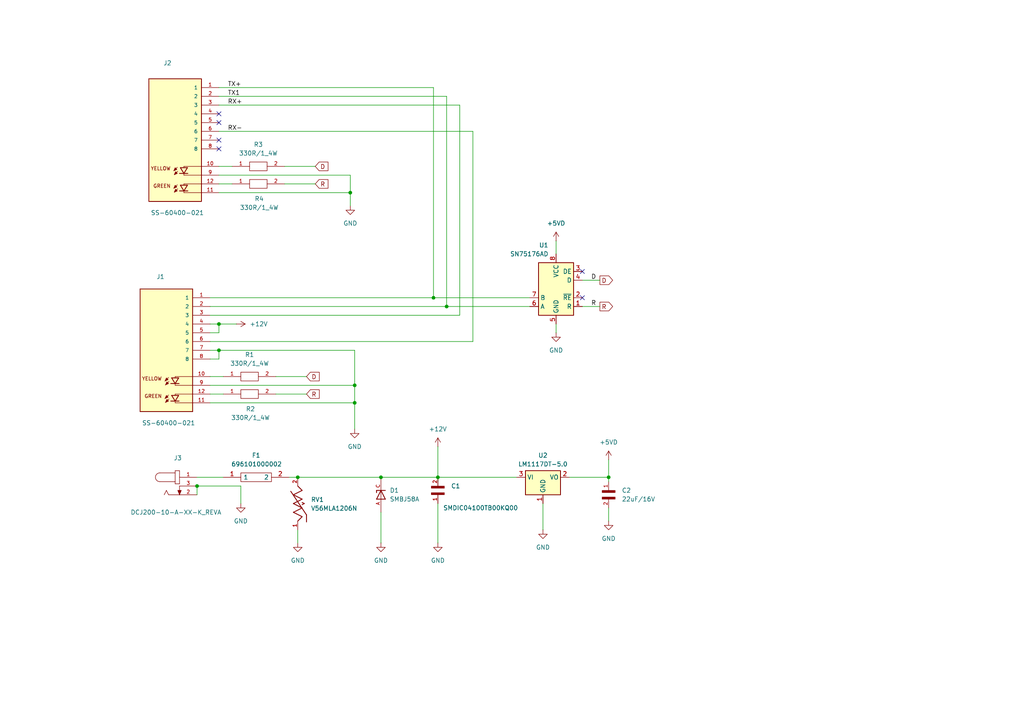
<source format=kicad_sch>
(kicad_sch (version 20231120) (generator "eeschema") (generator_version "8.0")
  (paper "A4")
  (lib_symbols
    (symbol "Equatorial:22uF/16V" (pin_names (offset 1.016))
      (property "Reference" "C" (at 0 3.8109 0))
      (property "Value" "22uF/16V" (at -2.54 -4.826 0))
      (symbol "22uF/16V_0_0"
        (rectangle (start 0 -1.9069) (end 0.635 1.905) (stroke (width 0.1)) (fill (type outline)))
        (rectangle (start 1.9069 -1.9069) (end 2.54 1.905) (stroke (width 0.1)) (fill (type outline)))
        (pin passive line (at -2.54 0 0) (length 2.54) (name "~") (number "1"))
        (pin passive line (at 5.08 0 180) (length 2.54) (name "~") (number "2"))
      )
    )
    (symbol "Equatorial:696101000002" (pin_names (offset 0.762))
      (property "Reference" "F1" (at 10.795 5.08 0))
      (property "Value" "696101000002" (at 10.922 2.54 0))
      (symbol "696101000002_0_0"
        (pin passive line (at 1.27 -1.27 0) (length 5.08) (name "1") (number "1"))
        (pin passive line (at 20.32 -1.27 180) (length 5.08) (name "2") (number "2"))
      )
      (symbol "696101000002_0_1"
        (polyline (pts (xy 6.35 0) (xy 15.24 0) (xy 15.24 -2.54) (xy 6.35 -2.54) (xy 6.35 0)) (stroke (width 0.1524)))
      )
    )
    (symbol "Equatorial:DCJ200-10-A-XX-K_REVA" (pin_names (offset 1.016))
      (property "Reference" "J" (at -7.6272 5.0848 0))
      (property "Value" "DCJ200-10-A-XX-K_REVA" (at -7.6313 -5.0875 0))
      (property "Opcional link" "https://produto.mercadolivre.com.br/MLB-2670642045-kit-5-pecas-conector-dc-jack-p4-fmea-dc-005-21mm-pci-_JM?matt_tool=63064967&matt_word=&matt_source=google&matt_campaign_id=14303413826&matt_ad_group_id=133431076203&matt_match_type=&matt_network=g&matt_device=c&matt_creative=584156655540&matt_keyword=&matt_ad_position=&matt_ad_type=pla&matt_merchant_id=306573131&matt_product_id=MLB2670642045&matt_product_partition_id=2269730643578&matt_target_id=aud-1966009190540:pla-2269730643578&cq_src=google_ads&cq_cmp=14303413826&cq_net=g&cq_plt=gp&cq_med=pla&gad_source=1&gclid=CjwKCAjw3P-2BhAEEiwA3yPhwI50CbgB2eVb1ajxoQKDpTjP9ipY8oeqWrbVPelEas9qT8J3NVHPLRoCjc0QAvD_BwE" (at 0 0 0))
      (symbol "DCJ200-10-A-XX-K_REVA_0_0"
        (arc (start -5.715 3.81) (mid -6.9794 2.54) (end -5.715 1.27) (stroke (width 0.1524)))
        (polyline (pts (xy -5.715 3.81) (xy -1.27 3.81)) (stroke (width 0.1524)))
        (polyline (pts (xy -3.81 -1.27) (xy -4.445 -2.54)) (stroke (width 0.1524)))
        (polyline (pts (xy -3.175 -2.54) (xy -3.81 -1.27)) (stroke (width 0.1524)))
        (polyline (pts (xy -1.27 0.635) (xy 0 0.635)) (stroke (width 0.1524)))
        (polyline (pts (xy -1.27 1.27) (xy -5.715 1.27)) (stroke (width 0.1524)))
        (polyline (pts (xy -1.27 1.27) (xy -1.27 0.635)) (stroke (width 0.1524)))
        (polyline (pts (xy -1.27 3.81) (xy -1.27 1.27)) (stroke (width 0.1524)))
        (polyline (pts (xy -1.27 4.445) (xy -1.27 3.81)) (stroke (width 0.1524)))
        (polyline (pts (xy 0 -2.54) (xy -3.175 -2.54)) (stroke (width 0.1524)))
        (polyline (pts (xy 0 0) (xy 0 -2.54)) (stroke (width 0.1524)))
        (polyline (pts (xy 0 0.635) (xy 0 4.445)) (stroke (width 0.1524)))
        (polyline (pts (xy 0 4.445) (xy -1.27 4.445)) (stroke (width 0.1524)))
        (polyline (pts (xy 0 -2.54) (xy -0.508 -1.27) (xy 0.508 -1.27) (xy 0 -2.54)) (stroke (width 0.1524)) (fill (type outline)))
        (pin passive line (at 5.08 2.54 180) (length 5.08) (name "~") (number "1"))
        (pin passive line (at 5.08 -2.54 180) (length 5.08) (name "~") (number "2"))
        (pin passive line (at 5.08 0 180) (length 5.08) (name "~") (number "3"))
      )
    )
    (symbol "Equatorial:SMBJ58A" (pin_names (offset 1.016))
      (property "Reference" "D" (at -0.508 2.032 0))
      (property "Value" "SMBJ58A" (at -4.064 -4.064 0))
      (symbol "SMBJ58A_0_0"
        (polyline (pts (xy -1.27 -1.27) (xy -1.27 0)) (stroke (width 0.254)))
        (polyline (pts (xy -1.27 0) (xy -1.27 1.27)) (stroke (width 0.254)))
        (polyline (pts (xy -1.27 0) (xy 1.27 -1.27)) (stroke (width 0.254)))
        (polyline (pts (xy -0.635 -1.27) (xy -1.27 -1.27)) (stroke (width 0.254)))
        (polyline (pts (xy 1.27 -1.27) (xy 1.27 1.27)) (stroke (width 0.254)))
        (polyline (pts (xy 1.27 1.27) (xy -1.27 0)) (stroke (width 0.254)))
        (pin passive line (at 5.08 0 180) (length 5.08) (name "~") (number "A"))
        (pin passive line (at -5.08 0 0) (length 5.08) (name "~") (number "C"))
      )
    )
    (symbol "Equatorial:SMDIC04100TB00KQ00" (pin_names (offset 1.016))
      (property "Reference" "C" (at 0.508 2.54 0))
      (property "Value" "SMDIC04100TB00KQ00" (at -7.112 -4.064 0))
      (symbol "SMDIC04100TB00KQ00_0_0"
        (rectangle (start 0 -1.9069) (end 0.635 1.905) (stroke (width 0.1)) (fill (type outline)))
        (rectangle (start 1.9069 -1.9069) (end 2.54 1.905) (stroke (width 0.1)) (fill (type outline)))
        (pin passive line (at -2.54 0 0) (length 2.54) (name "~") (number "1"))
        (pin passive line (at 5.08 0 180) (length 2.54) (name "~") (number "2"))
      )
    )
    (symbol "Equatorial:SS-60400-021" (pin_names (offset 1.016))
      (property "Reference" "J" (at -7.62 19.05 0))
      (property "Value" "SS-60400-021" (at -7.62 -20.32 0))
      (symbol "SS-60400-021_0_0"
        (rectangle (start -7.62 -17.78) (end 7.62 17.78) (stroke (width 0.254)) (fill (type background)))
        (polyline (pts (xy -7.62 -12.7) (xy -2.54 -12.7)) (stroke (width 0.1524)))
        (polyline (pts (xy -7.62 -7.62) (xy -2.54 -7.62)) (stroke (width 0.1524)))
        (polyline (pts (xy -3.683 -14.732) (xy -2.54 -14.732)) (stroke (width 0.254)))
        (polyline (pts (xy -3.683 -9.652) (xy -2.54 -9.652)) (stroke (width 0.254)))
        (polyline (pts (xy -3.556 -13.081) (xy -2.54 -14.732)) (stroke (width 0.254)))
        (polyline (pts (xy -3.556 -13.081) (xy -1.524 -13.081)) (stroke (width 0.254)))
        (polyline (pts (xy -3.556 -8.001) (xy -2.54 -9.652)) (stroke (width 0.254)))
        (polyline (pts (xy -3.556 -8.001) (xy -1.524 -8.001)) (stroke (width 0.254)))
        (polyline (pts (xy -2.54 -15.24) (xy -7.62 -15.24)) (stroke (width 0.1524)))
        (polyline (pts (xy -2.54 -14.859) (xy -2.54 -15.24)) (stroke (width 0.1524)))
        (polyline (pts (xy -2.54 -14.732) (xy -1.524 -13.081)) (stroke (width 0.254)))
        (polyline (pts (xy -2.54 -14.732) (xy -1.27 -14.732)) (stroke (width 0.254)))
        (polyline (pts (xy -2.54 -12.7) (xy -2.54 -12.954)) (stroke (width 0.1524)))
        (polyline (pts (xy -2.54 -10.16) (xy -7.62 -10.16)) (stroke (width 0.1524)))
        (polyline (pts (xy -2.54 -9.779) (xy -2.54 -10.16)) (stroke (width 0.1524)))
        (polyline (pts (xy -2.54 -9.652) (xy -1.524 -8.001)) (stroke (width 0.254)))
        (polyline (pts (xy -2.54 -9.652) (xy -1.27 -9.652)) (stroke (width 0.254)))
        (polyline (pts (xy -2.54 -7.62) (xy -2.54 -7.874)) (stroke (width 0.1524)))
        (polyline (pts (xy -0.762 -14.097) (xy 0.254 -15.113)) (stroke (width 0.1524)))
        (polyline (pts (xy -0.762 -9.017) (xy 0.254 -10.033)) (stroke (width 0.1524)))
        (polyline (pts (xy -0.635 -12.954) (xy 0.381 -13.97)) (stroke (width 0.1524)))
        (polyline (pts (xy -0.635 -7.874) (xy 0.381 -8.89)) (stroke (width 0.1524)))
        (polyline (pts (xy 0.254 -15.113) (xy -0.127 -14.224) (xy -0.635 -14.732) (xy 0.254 -15.113)) (stroke (width 0.1524)) (fill (type outline)))
        (polyline (pts (xy 0.254 -10.033) (xy -0.127 -9.144) (xy -0.635 -9.652) (xy 0.254 -10.033)) (stroke (width 0.1524)) (fill (type outline)))
        (polyline (pts (xy 0.381 -13.97) (xy 0 -13.081) (xy -0.508 -13.589) (xy 0.381 -13.97)) (stroke (width 0.1524)) (fill (type outline)))
        (polyline (pts (xy 0.381 -8.89) (xy 0 -8.001) (xy -0.508 -8.509) (xy 0.381 -8.89)) (stroke (width 0.1524)) (fill (type outline)))
        (text "GREEN" (at 1.27 -12.7 0) (effects (font (size 1.016 1.016)) (justify left top)))
        (text "YELLOW" (at 1.27 -7.62 0) (effects (font (size 1.016 1.016)) (justify left top)))
        (pin passive line (at -12.7 15.24 0) (length 5.08) (name "1") (number "1"))
        (pin passive line (at -12.7 -7.62 0) (length 5.08) (name "~") (number "10"))
        (pin passive line (at -12.7 -15.24 0) (length 5.08) (name "~") (number "11"))
        (pin passive line (at -12.7 -12.7 0) (length 5.08) (name "~") (number "12"))
        (pin passive line (at -12.7 12.7 0) (length 5.08) (name "2") (number "2"))
        (pin passive line (at -12.7 10.16 0) (length 5.08) (name "3") (number "3"))
        (pin passive line (at -12.7 7.62 0) (length 5.08) (name "4") (number "4"))
        (pin passive line (at -12.7 5.08 0) (length 5.08) (name "5") (number "5"))
        (pin passive line (at -12.7 2.54 0) (length 5.08) (name "6") (number "6"))
        (pin passive line (at -12.7 0 0) (length 5.08) (name "7") (number "7"))
        (pin passive line (at -12.7 -2.54 0) (length 5.08) (name "8") (number "8"))
        (pin passive line (at -12.7 -10.16 0) (length 5.08) (name "~") (number "9"))
      )
    )
    (symbol "Equatorial:V56MLA1206N" (pin_names (offset 1.016))
      (property "Reference" "RV" (at -1.778 2.54 0))
      (property "Value" "V56MLA1206N" (at -5.08 -5.08 0))
      (symbol "V56MLA1206N_0_0"
        (polyline (pts (xy -3.81 -1.27) (xy -5.08 0)) (stroke (width 0.254)))
        (polyline (pts (xy -3.302 -2.54) (xy -5.334 -2.54)) (stroke (width 0.254)))
        (polyline (pts (xy -3.302 -2.54) (xy 3.556 2.032)) (stroke (width 0.254)))
        (polyline (pts (xy -2.54 1.27) (xy -3.81 -1.27)) (stroke (width 0.254)))
        (polyline (pts (xy -1.27 -1.27) (xy -2.54 1.27)) (stroke (width 0.254)))
        (polyline (pts (xy -1.27 -1.27) (xy 0 1.27)) (stroke (width 0.254)))
        (polyline (pts (xy -0.3175 -1.27) (xy 0 -1.905)) (stroke (width 0.254)))
        (polyline (pts (xy 0 -1.905) (xy 0.3175 -1.27)) (stroke (width 0.254)))
        (polyline (pts (xy 0 1.27) (xy 1.27 -1.27)) (stroke (width 0.254)))
        (polyline (pts (xy 1.27 -1.27) (xy 2.54 1.27)) (stroke (width 0.254)))
        (polyline (pts (xy 2.54 1.27) (xy 3.81 -1.27)) (stroke (width 0.254)))
        (polyline (pts (xy 3.81 -1.27) (xy 5.08 0)) (stroke (width 0.254)))
        (pin passive line (at -7.62 0 0) (length 2.54) (name "~") (number "1"))
        (pin passive line (at 7.62 0 180) (length 2.54) (name "~") (number "2"))
      )
    )
    (symbol "Interface_UART:SN75176AD"
      (property "Reference" "U" (at -4.318 8.89 0))
      (property "Value" "SN75176AD" (at 1.016 8.89 0))
      (symbol "SN75176AD_0_1"
        (rectangle (start -5.08 7.62) (end 5.08 -7.62) (stroke (width 0.254)) (fill (type background)))
      )
      (symbol "SN75176AD_1_1"
        (pin output line (at -7.62 -5.08 0) (length 2.54) (name "R") (number "1"))
        (pin input line (at -7.62 -2.54 0) (length 2.54) (name "~{RE}") (number "2"))
        (pin input line (at -7.62 5.08 0) (length 2.54) (name "DE") (number "3"))
        (pin input line (at -7.62 2.54 0) (length 2.54) (name "D") (number "4"))
        (pin power_in line (at 0 -10.16 90) (length 2.54) (name "GND") (number "5"))
        (pin bidirectional line (at 7.62 -5.08 180) (length 2.54) (name "A") (number "6"))
        (pin bidirectional line (at 7.62 -2.54 180) (length 2.54) (name "B") (number "7"))
        (pin power_in line (at 0 10.16 270) (length 2.54) (name "VCC") (number "8"))
      )
    )
    (symbol "Regulator_Linear:LM1117DT-5.0"
      (property "Reference" "U" (at -3.81 3.175 0))
      (property "Value" "LM1117DT-5.0" (at 0 3.175 0))
      (symbol "LM1117DT-5.0_0_1"
        (rectangle (start -5.08 -5.08) (end 5.08 1.905) (stroke (width 0.254)) (fill (type background)))
      )
      (symbol "LM1117DT-5.0_1_1"
        (pin power_in line (at 0 -7.62 90) (length 2.54) (name "GND") (number "1"))
        (pin power_out line (at 7.62 0 180) (length 2.54) (name "VO") (number "2"))
        (pin power_in line (at -7.62 0 0) (length 2.54) (name "VI") (number "3"))
      )
    )
    (symbol "Resistor:330R/1_4W@" (pin_names (offset 1.016))
      (property "Reference" "R" (at -1.778 4.064 0))
      (property "Value" "330R/1_4W" (at -6.096 -4.318 0))
      (symbol "330R/1_4W@_0_0"
        (pin passive line (at -7.62 0 0) (length 5.08) (name "~") (number "1"))
        (pin passive line (at 7.62 0 180) (length 5.08) (name "~") (number "2"))
      )
      (symbol "330R/1_4W@_0_1"
        (rectangle (start -2.54 1.27) (end 2.54 -1.27))
      )
    )
    (symbol "power:+12V" (power) (pin_numbers hide) (pin_names (offset 0) hide)
      (property "Value" "+12V" (at 0 3.556 0))
      (symbol "+12V_0_1"
        (polyline (pts (xy -0.762 1.27) (xy 0 2.54)))
        (polyline (pts (xy 0 0) (xy 0 2.54)))
        (polyline (pts (xy 0 2.54) (xy 0.762 1.27)))
      )
      (symbol "+12V_1_1"
        (pin power_in line (at 0 0 90) (length 0) (name "~") (number "1"))
      )
    )
    (symbol "power:+5VD" (power) (pin_numbers hide) (pin_names (offset 0) hide)
      (property "Value" "+5VD" (at 0 3.556 0))
      (symbol "+5VD_0_1"
        (polyline (pts (xy -0.762 1.27) (xy 0 2.54)))
        (polyline (pts (xy 0 0) (xy 0 2.54)))
        (polyline (pts (xy 0 2.54) (xy 0.762 1.27)))
      )
      (symbol "+5VD_1_1"
        (pin power_in line (at 0 0 90) (length 0) (name "~") (number "1"))
      )
    )
    (symbol "power:GND" (power) (pin_numbers hide) (pin_names (offset 0) hide)
      (property "Value" "GND" (at 0 -3.81 0))
      (symbol "GND_0_1"
        (polyline (pts (xy 0 0) (xy 0 -1.27) (xy 1.27 -1.27) (xy 0 -2.54) (xy -1.27 -1.27) (xy 0 -1.27)))
      )
      (symbol "GND_1_1"
        (pin power_in line (at 0 0 270) (length 0) (name "~") (number "1"))
      )
    )
  )
  (junction (at 127 138.43))
  (junction (at 86.36 138.43))
  (junction (at 57.15 140.97))
  (junction (at 63.5 101.6))
  (junction (at 102.87 116.84))
  (junction (at 110.49 138.43))
  (junction (at 101.6 55.88))
  (junction (at 125.73 86.36))
  (junction (at 129.54 88.9))
  (junction (at 176.53 138.43))
  (junction (at 102.87 111.76))
  (junction (at 63.5 93.98))
  (no_connect (at 63.5 33.02))
  (no_connect (at 63.5 43.18))
  (no_connect (at 63.5 35.56))
  (no_connect (at 168.91 78.74))
  (no_connect (at 63.5 40.64))
  (no_connect (at 168.91 86.36))
  (wire (pts (xy 165.1 138.43) (xy 176.53 138.43)))
  (wire (pts (xy 60.96 91.44) (xy 133.35 91.44)))
  (wire (pts (xy 80.01 114.3) (xy 88.9 114.3)))
  (wire (pts (xy 137.16 99.06) (xy 60.96 99.06)))
  (wire (pts (xy 176.53 138.43) (xy 176.53 139.7)))
  (wire (pts (xy 60.96 114.3) (xy 64.77 114.3)))
  (wire (pts (xy 63.5 104.14) (xy 63.5 101.6)))
  (wire (pts (xy 63.5 101.6) (xy 102.87 101.6)))
  (wire (pts (xy 127 146.05) (xy 127 157.48)))
  (wire (pts (xy 60.96 116.84) (xy 102.87 116.84)))
  (wire (pts (xy 60.96 101.6) (xy 63.5 101.6)))
  (wire (pts (xy 69.85 140.97) (xy 69.85 146.05)))
  (wire (pts (xy 127 129.54) (xy 127 138.43)))
  (wire (pts (xy 101.6 55.88) (xy 101.6 59.69)))
  (wire (pts (xy 137.16 38.1) (xy 63.5 38.1)))
  (wire (pts (xy 133.35 30.48) (xy 133.35 91.44)))
  (wire (pts (xy 57.15 140.97) (xy 57.15 143.51)))
  (wire (pts (xy 63.5 53.34) (xy 67.31 53.34)))
  (wire (pts (xy 133.35 30.48) (xy 63.5 30.48)))
  (wire (pts (xy 63.5 27.94) (xy 129.54 27.94)))
  (wire (pts (xy 110.49 157.48) (xy 110.49 148.59)))
  (wire (pts (xy 125.73 25.4) (xy 125.73 86.36)))
  (wire (pts (xy 63.5 50.8) (xy 101.6 50.8)))
  (wire (pts (xy 83.82 138.43) (xy 86.36 138.43)))
  (wire (pts (xy 129.54 88.9) (xy 153.67 88.9)))
  (wire (pts (xy 57.15 138.43) (xy 64.77 138.43)))
  (wire (pts (xy 57.15 140.97) (xy 69.85 140.97)))
  (wire (pts (xy 80.01 109.22) (xy 88.9 109.22)))
  (wire (pts (xy 125.73 86.36) (xy 60.96 86.36)))
  (wire (pts (xy 60.96 104.14) (xy 63.5 104.14)))
  (wire (pts (xy 82.55 53.34) (xy 91.44 53.34)))
  (wire (pts (xy 60.96 93.98) (xy 63.5 93.98)))
  (wire (pts (xy 168.91 88.9) (xy 173.99 88.9)))
  (wire (pts (xy 102.87 116.84) (xy 102.87 124.46)))
  (wire (pts (xy 63.5 25.4) (xy 125.73 25.4)))
  (wire (pts (xy 102.87 111.76) (xy 102.87 116.84)))
  (wire (pts (xy 63.5 55.88) (xy 101.6 55.88)))
  (wire (pts (xy 60.96 109.22) (xy 64.77 109.22)))
  (wire (pts (xy 176.53 147.32) (xy 176.53 151.13)))
  (wire (pts (xy 125.73 86.36) (xy 153.67 86.36)))
  (wire (pts (xy 168.91 81.28) (xy 173.99 81.28)))
  (wire (pts (xy 137.16 38.1) (xy 137.16 99.06)))
  (wire (pts (xy 63.5 93.98) (xy 68.58 93.98)))
  (wire (pts (xy 129.54 27.94) (xy 129.54 88.9)))
  (wire (pts (xy 86.36 153.67) (xy 86.36 157.48)))
  (wire (pts (xy 102.87 101.6) (xy 102.87 111.76)))
  (wire (pts (xy 176.53 133.35) (xy 176.53 138.43)))
  (wire (pts (xy 63.5 96.52) (xy 60.96 96.52)))
  (wire (pts (xy 157.48 146.05) (xy 157.48 153.67)))
  (wire (pts (xy 129.54 88.9) (xy 60.96 88.9)))
  (wire (pts (xy 161.29 93.98) (xy 161.29 96.52)))
  (wire (pts (xy 60.96 111.76) (xy 102.87 111.76)))
  (wire (pts (xy 127 139.7) (xy 127 138.43)))
  (wire (pts (xy 161.29 69.85) (xy 161.29 73.66)))
  (wire (pts (xy 110.49 138.43) (xy 127 138.43)))
  (wire (pts (xy 101.6 50.8) (xy 101.6 55.88)))
  (wire (pts (xy 127 138.43) (xy 149.86 138.43)))
  (wire (pts (xy 63.5 93.98) (xy 63.5 96.52)))
  (wire (pts (xy 63.5 48.26) (xy 67.31 48.26)))
  (wire (pts (xy 86.36 138.43) (xy 110.49 138.43)))
  (wire (pts (xy 82.55 48.26) (xy 91.44 48.26)))
  (label "TX1" (at 66.04 27.94 0))
  (label "TX+" (at 66.04 25.4 0))
  (label "RX+" (at 66.04 30.48 0))
  (label "RX-" (at 66.04 38.1 0))
  (label "D" (at 171.45 81.28 0))
  (label "R" (at 171.45 88.9 0))
  (global_label "D" (shape input) (at 91.44 48.26 0) (property "Intersheetrefs" "${INTERSHEET_REFS}" (effects (hide yes))))
  (global_label "D" (shape input) (at 88.9 109.22 0) (property "Intersheetrefs" "${INTERSHEET_REFS}" (effects (hide yes))))
  (global_label "R" (shape input) (at 91.44 53.34 0) (property "Intersheetrefs" "${INTERSHEET_REFS}" (effects (hide yes))))
  (global_label "R" (shape input) (at 88.9 114.3 0) (property "Intersheetrefs" "${INTERSHEET_REFS}" (effects (hide yes))))
  (global_label "R" (shape output) (at 173.99 88.9 0) (property "Intersheetrefs" "${INTERSHEET_REFS}" (effects (hide yes))))
  (global_label "D" (shape output) (at 173.99 81.28 0) (property "Intersheetrefs" "${INTERSHEET_REFS}" (effects (hide yes))))
  (symbol (lib_id "power:GND") (at 127 157.48 0) (unit 1)
    (property "Reference" "#PWR07" (effects (hide yes)))
    (property "Value" "GND" (at 127 162.56 0))
    (property "Description" "Power symbol creates a global label with name \"GND\" , ground" (effects (hide yes)))
  )
  (symbol (lib_id "Interface_UART:SN75176AD") (at 161.29 83.82 0) (mirror y) (unit 1)
    (property "Reference" "U1" (at 159.0959 71.12 0) (effects (justify left)))
    (property "Value" "SN75176AD" (at 159.0959 73.66 0) (effects (justify left)))
    (property "Footprint" "Package_SO:SOIC-8_3.9x4.9mm_P1.27mm" (effects (hide yes)))
    (property "Datasheet" "http://www.ti.com/lit/ds/symlink/sn75176a.pdf" (effects (hide yes)))
    (property "Description" "Differential RS-422/RS-485 bus transceiver, SOIC-8" (effects (hide yes)))
  )
  (symbol (lib_id "power:GND") (at 86.36 157.48 0) (unit 1)
    (property "Reference" "#PWR03" (effects (hide yes)))
    (property "Value" "GND" (at 86.36 162.56 0))
    (property "Description" "Power symbol creates a global label with name \"GND\" , ground" (effects (hide yes)))
  )
  (symbol (lib_id "power:GND") (at 161.29 96.52 0) (unit 1)
    (property "Reference" "#PWR010" (effects (hide yes)))
    (property "Value" "GND" (at 161.29 101.6 0))
    (property "Description" "Power symbol creates a global label with name \"GND\" , ground" (effects (hide yes)))
  )
  (symbol (lib_id "Resistor:330R/1_4W@") (at 74.93 48.26 0) (unit 1)
    (property "Reference" "R3" (at 74.93 41.91 0))
    (property "Value" "330R/1_4W" (at 74.93 44.45 0))
    (property "Footprint" "Equatorial_foot:RESC2012X65N" (effects (hide yes)))
    (property "Description" "RC1206JR-13330RL" (effects (hide yes)))
    (property "Comment" "5-1614884-2" (effects (hide yes)))
    (property "MF" "Yageo" (effects (hide yes)))
    (property "Description_1" "330 Ohms ±5% 0,25 W, 1/4 W Resistor de chip 1206 (3216 métrico) Filme espesso" (effects (hide yes)))
    (property "Package" "2012 Stackpole" (effects (hide yes)))
    (property "Price" "None" (effects (hide yes)))
    (property "SnapEDA_Link" "https://www.snapeda.com/parts/RC1206JR-13330RL/Yageo/view-part/?ref=search&t=Resistor%20330R%201%2F4W" (effects (hide yes)))
  )
  (symbol (lib_id "Resistor:330R/1_4W@") (at 72.39 109.22 0) (unit 1)
    (property "Reference" "R1" (at 72.39 102.87 0))
    (property "Value" "330R/1_4W" (at 72.39 105.41 0))
    (property "Footprint" "Equatorial_foot:RESC2012X65N" (effects (hide yes)))
    (property "Description" "RC1206JR-13330RL" (effects (hide yes)))
    (property "Comment" "5-1614884-2" (effects (hide yes)))
    (property "MF" "Yageo" (effects (hide yes)))
    (property "Description_1" "330 Ohms ±5% 0,25 W, 1/4 W Resistor de chip 1206 (3216 métrico) Filme espesso" (effects (hide yes)))
    (property "Package" "2012 Stackpole" (effects (hide yes)))
    (property "Price" "None" (effects (hide yes)))
    (property "SnapEDA_Link" "https://www.snapeda.com/parts/RC1206JR-13330RL/Yageo/view-part/?ref=search&t=Resistor%20330R%201%2F4W" (effects (hide yes)))
  )
  (symbol (lib_id "power:+5VD") (at 161.29 69.85 0) (unit 1)
    (property "Reference" "#PWR09" (effects (hide yes)))
    (property "Value" "+5VD" (at 161.29 64.77 0))
    (property "Description" "Power symbol creates a global label with name \"+5VD\"" (effects (hide yes)))
  )
  (symbol (lib_id "power:GND") (at 110.49 157.48 0) (unit 1)
    (property "Reference" "#PWR06" (effects (hide yes)))
    (property "Value" "GND" (at 110.49 162.56 0))
    (property "Description" "Power symbol creates a global label with name \"GND\" , ground" (effects (hide yes)))
  )
  (symbol (lib_id "power:GND") (at 102.87 124.46 0) (unit 1)
    (property "Reference" "#PWR05" (effects (hide yes)))
    (property "Value" "GND" (at 102.87 129.54 0))
    (property "Description" "Power symbol creates a global label with name \"GND\" , ground" (effects (hide yes)))
  )
  (symbol (lib_id "power:+5VD") (at 176.53 133.35 0) (unit 1)
    (property "Reference" "#PWR012" (effects (hide yes)))
    (property "Value" "+5VD" (at 176.53 128.27 0))
    (property "Description" "Power symbol creates a global label with name \"+5VD\"" (effects (hide yes)))
  )
  (symbol (lib_id "power:GND") (at 157.48 153.67 0) (unit 1)
    (property "Reference" "#PWR011" (effects (hide yes)))
    (property "Value" "GND" (at 157.48 158.75 0))
    (property "Description" "Power symbol creates a global label with name \"GND\" , ground" (effects (hide yes)))
  )
  (symbol (lib_id "Equatorial:SMDIC04100TB00KQ00") (at 127 143.51 90) (unit 1)
    (property "Reference" "C1" (at 130.81 140.9699 90) (effects (justify right)))
    (property "Value" "SMDIC04100TB00KQ00" (at 128.524 147.32 90) (effects (justify right)))
    (property "Footprint" "Equatorial_foot:CAP_SMDIC04100TB00KQ00" (effects (hide yes)))
    (property "MF" "WIMA" (effects (hide yes)))
    (property "MAXIMUM_PACKAGE_HEIGHT" "5.3mm" (effects (hide yes)))
    (property "Package" "2824 WIMA" (effects (hide yes)))
    (property "Price" "None" (effects (hide yes)))
    (property "Check_prices" "https://www.snapeda.com/parts/SMDIC04100TB00KQ00/WIMA/view-part/?ref=eda" (effects (hide yes)))
    (property "STANDARD" "Manufacturer Recommendations" (effects (hide yes)))
    (property "PARTREV" "04.23" (effects (hide yes)))
    (property "SnapEDA_Link" "https://www.snapeda.com/parts/SMDIC04100TB00KQ00/WIMA/view-part/?ref=snap" (effects (hide yes)))
    (property "MP" "SMDIC04100TB00KQ00" (effects (hide yes)))
    (property "Purchase-URL" "https://www.snapeda.com/api/url_track_click_mouser/?unipart_id=2186650&manufacturer=WIMA&part_name=SMDIC04100TB00KQ00&search_term=capacitor 1uf 63v" (effects (hide yes)))
    (property "Description_1" "\nCapacitor de filme de 1 µF 40 V 63 V Polissulfeto de fenileno (PPS), metalizado 2824 (métrico 7260)\n" (effects (hide yes)))
    (property "Availability" "In Stock" (effects (hide yes)))
    (property "MANUFACTURER" "WIMA" (effects (hide yes)))
  )
  (symbol (lib_id "Equatorial:SMBJ58A") (at 110.49 143.51 270) (unit 1)
    (property "Reference" "D1" (at 113.03 142.2399 90) (effects (justify left)))
    (property "Value" "SMBJ58A" (at 113.03 144.7799 90) (effects (justify left)))
    (property "Footprint" "Equatorial_foot:DIOM4336X265N" (effects (hide yes)))
    (property "MF" "Taiwan Semiconductor" (effects (hide yes)))
    (property "MAXIMUM_PACKAGE_HEIGHT" "2.65 mm" (effects (hide yes)))
    (property "Package" "SMD-2 Taiwan Semiconductor" (effects (hide yes)))
    (property "Price" "None" (effects (hide yes)))
    (property "Check_prices" "https://www.snapeda.com/parts/SMBJ58A/Taiwan+Semiconductor/view-part/?ref=eda" (effects (hide yes)))
    (property "STANDARD" "IPC-7351B" (effects (hide yes)))
    (property "PARTREV" "F2102" (effects (hide yes)))
    (property "SnapEDA_Link" "https://www.snapeda.com/parts/SMBJ58A/Taiwan+Semiconductor/view-part/?ref=snap" (effects (hide yes)))
    (property "MP" "SMBJ58A" (effects (hide yes)))
    (property "Description_1" "\n600W, 67.8V, 5%, Unidirectional, TVS\n" (effects (hide yes)))
    (property "Availability" "In Stock" (effects (hide yes)))
    (property "MANUFACTURER" "Taiwan Semiconductor" (effects (hide yes)))
  )
  (symbol (lib_id "Equatorial:V56MLA1206N") (at 86.36 146.05 90) (unit 1)
    (property "Reference" "RV1" (at 90.17 144.9069 90) (effects (justify right)))
    (property "Value" "V56MLA1206N" (at 90.17 147.4469 90) (effects (justify right)))
    (property "Footprint" "Equatorial_foot:VARC3216X180N" (effects (hide yes)))
    (property "MF" "Littelfuse" (effects (hide yes)))
    (property "Description_1" "\n" (effects (hide yes)))
    (property "Package" "None" (effects (hide yes)))
    (property "Price" "None" (effects (hide yes)))
    (property "Check_prices" "https://www.snapeda.com/parts/V56MLA1206N/Littelfuse/view-part/?ref=eda" (effects (hide yes)))
    (property "SnapEDA_Link" "https://www.snapeda.com/parts/V56MLA1206N/Littelfuse/view-part/?ref=snap" (effects (hide yes)))
    (property "MP" "V56MLA1206N" (effects (hide yes)))
    (property "Availability" "Not in stock" (effects (hide yes)))
    (property "Purchase-URL" "https://pricing.snapeda.com/search/part/V56MLA1206N/?ref=eda" (effects (hide yes)))
  )
  (symbol (lib_id "Regulator_Linear:LM1117DT-5.0") (at 157.48 138.43 0) (unit 1)
    (property "Reference" "U2" (at 157.48 132.08 0))
    (property "Value" "LM1117DT-5.0" (at 157.48 134.62 0))
    (property "Footprint" "Package_TO_SOT_SMD:TO-252-3_TabPin2" (effects (hide yes)))
    (property "Datasheet" "http://www.ti.com/lit/ds/symlink/lm1117.pdf" (effects (hide yes)))
    (property "Description" "800mA Low-Dropout Linear Regulator, 5.0V fixed output, TO-252" (effects (hide yes)))
  )
  (symbol (lib_id "Equatorial:DCJ200-10-A-XX-K_REVA") (at 52.07 140.97 0) (unit 1)
    (property "Reference" "J3" (at 51.562 132.842 0))
    (property "Value" "DCJ200-10-A-XX-K_REVA" (at 51.054 148.59 0))
    (property "Footprint" "Equatorial_foot:GCT_DCJ200-10-A-XX-K_REVA" (effects (hide yes)))
    (property "Datasheet" "https://4donline.ihs.com/images/VipMasterIC/IC/GCTI/GCTI-S-A0001311865/GCTI-S-A0001311865-1.pdf?hkey=6D3A4C79FDBF58556ACFDE234799DDF0" (effects (hide yes)))
    (property "MF" "Global Connector Technology" (effects (hide yes)))
    (property "MAXIMUM_PACKAGE_HEIGHT" "11 mm" (effects (hide yes)))
    (property "Package" "None" (effects (hide yes)))
    (property "Price" "None" (effects (hide yes)))
    (property "Check_prices" "https://www.snapeda.com/parts/DCJ200-10-A-K1-K/Global+Connector+Technology/view-part/?ref=eda" (effects (hide yes)))
    (property "STANDARD" "Manufacturer Recommendations" (effects (hide yes)))
    (property "PARTREV" "A" (effects (hide yes)))
    (property "SnapEDA_Link" "https://www.snapeda.com/parts/DCJ200-10-A-K1-K/Global+Connector+Technology/view-part/?ref=snap" (effects (hide yes)))
    (property "MP" "DCJ200-10-A-K1-K" (effects (hide yes)))
    (property "Purchase-URL" "https://www.snapeda.com/api/url_track_click_mouser/?unipart_id=641259&manufacturer=Global Connector Technology&part_name=DCJ200-10-A-K1-K&search_term=None" (effects (hide yes)))
    (property "Description_1" "\nPower Barrel Connector Jack 2.05mm ID (0.081), 5.50mm OD (0.217) Through Hole, Right Angle\n" (effects (hide yes)))
    (property "MANUFACTURER" "Global Connector Technology" (effects (hide yes)))
    (property "Availability" "In Stock" (effects (hide yes)))
    (property "SNAPEDA_PN" "DCJ200-10-A-K1-K" (effects (hide yes)))
    (property "Opcional link" "https://produto.mercadolivre.com.br/MLB-2670642045-kit-5-pecas-conector-dc-jack-p4-fmea-dc-005-21mm-pci-_JM?matt_tool=63064967&matt_word=&matt_source=google&matt_campaign_id=14303413826&matt_ad_group_id=133431076203&matt_match_type=&matt_network=g&matt_device=c&matt_creative=584156655540&matt_keyword=&matt_ad_position=&matt_ad_type=pla&matt_merchant_id=306573131&matt_product_id=MLB2670642045&matt_product_partition_id=2269730643578&matt_target_id=aud-1966009190540:pla-2269730643578&cq_src=google_ads&cq_cmp=14303413826&cq_net=g&cq_plt=gp&cq_med=pla&gad_source=1&gclid=CjwKCAjw3P-2BhAEEiwA3yPhwI50CbgB2eVb1ajxoQKDpTjP9ipY8oeqWrbVPelEas9qT8J3NVHPLRoCjc0QAvD_BwE" (effects (hide yes)))
  )
  (symbol (lib_id "Resistor:330R/1_4W@") (at 74.93 53.34 0) (unit 1)
    (property "Reference" "R4" (at 75.184 57.658 0))
    (property "Value" "330R/1_4W" (at 75.184 60.198 0))
    (property "Footprint" "Equatorial_foot:RESC2012X65N" (effects (hide yes)))
    (property "Description" "RC1206JR-13330RL" (effects (hide yes)))
    (property "Comment" "5-1614884-2" (effects (hide yes)))
    (property "MF" "Yageo" (effects (hide yes)))
    (property "Description_1" "330 Ohms ±5% 0,25 W, 1/4 W Resistor de chip 1206 (3216 métrico) Filme espesso" (effects (hide yes)))
    (property "Package" "2012 Stackpole" (effects (hide yes)))
    (property "Price" "None" (effects (hide yes)))
    (property "SnapEDA_Link" "https://www.snapeda.com/parts/RC1206JR-13330RL/Yageo/view-part/?ref=search&t=Resistor%20330R%201%2F4W" (effects (hide yes)))
  )
  (symbol (lib_id "Equatorial:SS-60400-021") (at 50.8 40.64 0) (mirror y) (unit 1)
    (property "Reference" "J2" (at 49.784 18.288 0) (effects (justify left)))
    (property "Value" "SS-60400-021" (at 59.182 61.722 0) (effects (justify left)))
    (property "Footprint" "Equatorial_foot:BEL_SS-60400-021" (effects (hide yes)))
    (property "MF" "Stewart Connector" (effects (hide yes)))
    (property "MAXIMUM_PACKAGE_HEIGHT" "16.85 mm" (effects (hide yes)))
    (property "Package" "None" (effects (hide yes)))
    (property "Price" "None" (effects (hide yes)))
    (property "Check_prices" "https://www.snapeda.com/parts/SS-60400-021/Stewart+Connector/view-part/?ref=eda" (effects (hide yes)))
    (property "STANDARD" "Manufacturer Recommendations" (effects (hide yes)))
    (property "PARTREV" "A0" (effects (hide yes)))
    (property "SnapEDA_Link" "https://www.snapeda.com/parts/SS-60400-021/Stewart+Connector/view-part/?ref=snap" (effects (hide yes)))
    (property "MP" "SS-60400-021" (effects (hide yes)))
    (property "Purchase-URL" "https://www.snapeda.com/api/url_track_click_mouser/?unipart_id=4481413&manufacturer=Stewart Connector&part_name=SS-60400-021&search_term=modular jack rj45 fêmea 90g" (effects (hide yes)))
    (property "Description_1" "\nConector modular | Montagem horizontal de PCB | SealJack com LEDs\n" (effects (hide yes)))
    (property "Availability" "In Stock" (effects (hide yes)))
    (property "MANUFACTURER" "Bel" (effects (hide yes)))
  )
  (symbol (lib_id "Resistor:330R/1_4W@") (at 72.39 114.3 0) (unit 1)
    (property "Reference" "R2" (at 72.644 118.618 0))
    (property "Value" "330R/1_4W" (at 72.644 121.158 0))
    (property "Footprint" "Equatorial_foot:RESC2012X65N" (effects (hide yes)))
    (property "Description" "RC1206JR-13330RL" (effects (hide yes)))
    (property "Comment" "5-1614884-2" (effects (hide yes)))
    (property "MF" "Yageo" (effects (hide yes)))
    (property "Description_1" "330 Ohms ±5% 0,25 W, 1/4 W Resistor de chip 1206 (3216 métrico) Filme espesso" (effects (hide yes)))
    (property "Package" "2012 Stackpole" (effects (hide yes)))
    (property "Price" "None" (effects (hide yes)))
    (property "SnapEDA_Link" "https://www.snapeda.com/parts/RC1206JR-13330RL/Yageo/view-part/?ref=search&t=Resistor%20330R%201%2F4W" (effects (hide yes)))
  )
  (symbol (lib_id "power:GND") (at 176.53 151.13 0) (unit 1)
    (property "Reference" "#PWR013" (effects (hide yes)))
    (property "Value" "GND" (at 176.53 156.21 0))
    (property "Description" "Power symbol creates a global label with name \"GND\" , ground" (effects (hide yes)))
  )
  (symbol (lib_id "Equatorial:696101000002") (at 63.5 137.16 0) (unit 1)
    (property "Reference" "F1" (at 74.295 132.08 0))
    (property "Value" "696101000002" (at 74.422 134.62 0))
    (property "Footprint" "Equatorial_foot:696101000002" (effects (hide yes)))
    (property "Datasheet" "https://www.we-online.com/components/products/datasheet/696101000002.pdf" (effects (hide yes)))
    (property "Description" "WR-FSH FUSEHOLDER THT CLIP COVER beige" (effects (hide yes)))
    (property "Description_1" "WR-FSH FUSEHOLDER THT CLIP COVER beige" (effects (hide yes)))
    (property "Height" "13.6" (effects (hide yes)))
    (property "Mouser Part Number" "710-696101000002" (effects (hide yes)))
    (property "Mouser Price/Stock" "https://www.mouser.co.uk/ProductDetail/Wurth-Elektronik/696101000002?qs=%252BEew9%252B0nqrA0cx9mOnCWEw%3D%3D" (effects (hide yes)))
    (property "Manufacturer_Name" "Wurth Elektronik" (effects (hide yes)))
    (property "Manufacturer_Part_Number" "696101000002" (effects (hide yes)))
  )
  (symbol (lib_id "power:GND") (at 101.6 59.69 0) (unit 1)
    (property "Reference" "#PWR04" (effects (hide yes)))
    (property "Value" "GND" (at 101.6 64.77 0))
    (property "Description" "Power symbol creates a global label with name \"GND\" , ground" (effects (hide yes)))
  )
  (symbol (lib_id "Equatorial:22uF/16V") (at 176.53 142.24 270) (unit 1)
    (property "Reference" "C2" (at 180.34 142.2399 90) (effects (justify left)))
    (property "Value" "22uF/16V" (at 180.34 144.7799 90) (effects (justify left)))
    (property "Footprint" "Equatorial_foot:22uF_16V" (effects (hide yes)))
    (property "MF" "Murata" (effects (hide yes)))
    (property "Description_1" "\nCapacitor SMD X5R(EIA) com Capacitância: 22uF Tol. 20%. Voltagem Nominal: 16Vdc\n" (effects (hide yes)))
    (property "Package" "805-2 Murata" (effects (hide yes)))
    (property "Price" "None" (effects (hide yes)))
    (property "SnapEDA_Link" "https://www.snapeda.com/parts/GRM219R61C226ME15K/Murata/view-part/?ref=snap" (effects (hide yes)))
    (property "MP" "GRM219R61C226ME15K" (effects (hide yes)))
    (property "Purchase-URL" "https://www.snapeda.com/api/url_track_click_mouser/?unipart_id=4383779&manufacturer=Murata&part_name=GRM219R61C226ME15K&search_term=22 µf" (effects (hide yes)))
    (property "Availability" "In Stock" (effects (hide yes)))
    (property "Check_prices" "https://www.snapeda.com/parts/GRM219R61C226ME15K/Murata/view-part/?ref=eda" (effects (hide yes)))
  )
  (symbol (lib_id "Equatorial:SS-60400-021") (at 48.26 101.6 0) (mirror y) (unit 1)
    (property "Reference" "J1" (at 47.752 80.264 0) (effects (justify left)))
    (property "Value" "SS-60400-021" (at 56.642 122.682 0) (effects (justify left)))
    (property "Footprint" "Equatorial_foot:BEL_SS-60400-021" (effects (hide yes)))
    (property "MF" "Stewart Connector" (effects (hide yes)))
    (property "MAXIMUM_PACKAGE_HEIGHT" "16.85 mm" (effects (hide yes)))
    (property "Package" "None" (effects (hide yes)))
    (property "Price" "None" (effects (hide yes)))
    (property "Check_prices" "https://www.snapeda.com/parts/SS-60400-021/Stewart+Connector/view-part/?ref=eda" (effects (hide yes)))
    (property "STANDARD" "Manufacturer Recommendations" (effects (hide yes)))
    (property "PARTREV" "A0" (effects (hide yes)))
    (property "SnapEDA_Link" "https://www.snapeda.com/parts/SS-60400-021/Stewart+Connector/view-part/?ref=snap" (effects (hide yes)))
    (property "MP" "SS-60400-021" (effects (hide yes)))
    (property "Purchase-URL" "https://www.snapeda.com/api/url_track_click_mouser/?unipart_id=4481413&manufacturer=Stewart Connector&part_name=SS-60400-021&search_term=modular jack rj45 fêmea 90g" (effects (hide yes)))
    (property "Description_1" "\nConector modular | Montagem horizontal de PCB | SealJack com LEDs\n" (effects (hide yes)))
    (property "Availability" "In Stock" (effects (hide yes)))
    (property "MANUFACTURER" "Bel" (effects (hide yes)))
  )
  (symbol (lib_id "power:GND") (at 69.85 146.05 0) (unit 1)
    (property "Reference" "#PWR01" (effects (hide yes)))
    (property "Value" "GND" (at 69.85 151.13 0))
    (property "Description" "Power symbol creates a global label with name \"GND\" , ground" (effects (hide yes)))
  )
  (symbol (lib_id "power:+12V") (at 68.58 93.98 270) (unit 1)
    (property "Reference" "#PWR014" (effects (hide yes)))
    (property "Value" "+12V" (at 72.39 93.9799 90) (effects (justify left)))
    (property "Description" "Power symbol creates a global label with name \"+12V\"" (effects (hide yes)))
  )
  (symbol (lib_id "power:+12V") (at 127 129.54 0) (unit 1)
    (property "Reference" "#PWR08" (effects (hide yes)))
    (property "Value" "+12V" (at 127 124.46 0))
    (property "Description" "Power symbol creates a global label with name \"+12V\"" (effects (hide yes)))
  )
)
</source>
